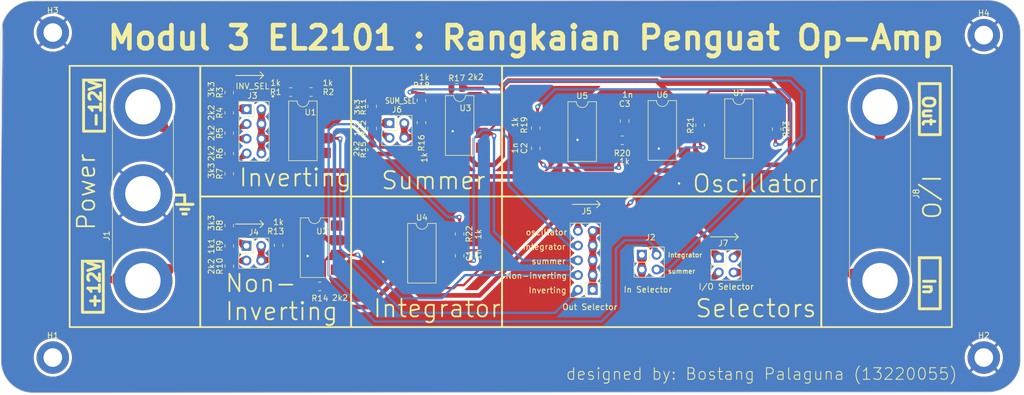
<source format=kicad_pcb>
(kicad_pcb (version 20221018) (generator pcbnew)
  (layers (0 "F.Cu" signal) (31 "B.Cu" signal) (34 "B.Paste" user) (35 "F.Paste" user) (36 "B.SilkS" user "B.Silkscreen") (37 "F.SilkS" user "F.Silkscreen") (38 "B.Mask" user) (39 "F.Mask" user) (44 "Edge.Cuts" user))
  (net 0 "")
  (net 1 "Net-(U4--)")
  (net 2 "OUT_INT")
  (net 3 "Net-(U5--)")
  (net 4 "Net-(C2-Pad2)")
  (net 5 "Net-(U6--)")
  (net 6 "OUT_OSC")
  (net 7 "+12V")
  (net 8 "GND")
  (net 9 "-12V")
  (net 10 "IN_SEL")
  (net 11 "IN_INT")
  (net 12 "IN_SUM")
  (net 13 "A_INV")
  (net 14 "INV_SEL")
  (net 15 "B_INV")
  (net 16 "C_INV")
  (net 17 "D_INV")
  (net 18 "A_NINV")
  (net 19 "NINV_SEL")
  (net 20 "B_NINV")
  (net 21 "OUT_SEL")
  (net 22 "OUT_INV")
  (net 23 "OUT_NON_INV")
  (net 24 "OUT_SUM")
  (net 25 "A_SUM")
  (net 26 "SUM_SEL")
  (net 27 "B_SUM")
  (net 28 "OUT")
  (net 29 "IN")
  (net 30 "Net-(U1--)")
  (net 31 "Net-(U2--)")
  (net 32 "Net-(U3--)")
  (net 33 "Net-(R19-Pad1)")
  (net 34 "Net-(U7--)")
  (footprint "Package_DIP:SMDIP-8_W7.62mm" (layer "F.Cu") (at 147.189999 48.019999)
    (fp_text reference "U3")
    (fp_text value "LM741")
  )
  (footprint "Resistor_SMD:R_0805_2012Metric" (layer "F.Cu") (at 107.499999 42.337499 90)
    (fp_text reference "R3")
    (fp_text value "3k3")
  )
  (footprint "Package_DIP:SMDIP-8_W7.62mm" (layer "F.Cu") (at 122.189999 69.059999)
    (fp_text reference "U2")
    (fp_text value "LM741")
  )
  (footprint "Connector:Banana_Jack_3Pin" (layer "F.Cu") (at 92.619999 74.759999 90)
    (fp_text reference "J1")
    (fp_text value "Power")
  )
  (footprint "MountingHole:MountingHole_3.2mm_M3_DIN965_Pad" (layer "F.Cu") (at 77.1 32)
    (fp_text reference "H3")
    (fp_text value "MountingHole_Pad")
  )
  (footprint "MountingHole:MountingHole_3.2mm_M3_DIN965_Pad" (layer "F.Cu") (at 77.1 88)
    (fp_text reference "H1")
    (fp_text value "MountingHole_Pad")
  )
  (footprint "Resistor_SMD:R_0805_2012Metric" (layer "F.Cu") (at 121.587499 42.249999 180)
    (fp_text reference "R2")
    (fp_text value "1k")
  )
  (footprint "Resistor_SMD:R_0805_2012Metric" (layer "F.Cu") (at 118.087499 42.249999 180)
    (fp_text reference "R1")
    (fp_text value "1k")
  )
  (footprint "Resistor_SMD:R_0805_2012Metric" (layer "F.Cu") (at 123.087499 75.749999)
    (fp_text reference "R14")
    (fp_text value "2k2")
  )
  (footprint "Connector_PinHeader_2.54mm:PinHeader_2x02_P2.54mm_Vertical" (layer "F.Cu") (at 110.459999 68.749999)
    (fp_text reference "J4")
    (fp_text value "Non-inverting Selector")
  )
  (footprint "Resistor_SMD:R_0805_2012Metric" (layer "F.Cu") (at 107.499999 52.837499 90)
    (fp_text reference "R6")
    (fp_text value "2k2")
  )
  (footprint "Resistor_SMD:R_0805_2012Metric" (layer "F.Cu") (at 115.999999 68.662499 90)
    (fp_text reference "R13")
    (fp_text value "1k")
  )
  (footprint "Resistor_SMD:R_0805_2012Metric" (layer "F.Cu") (at 175.222499 50.559999)
    (fp_text reference "R20")
    (fp_text value "1k")
  )
  (footprint "Package_DIP:SMDIP-8_W7.62mm" (layer "F.Cu") (at 182.119999 48.869999)
    (fp_text reference "U6")
    (fp_text value "LM741")
  )
  (footprint "Resistor_SMD:R_0805_2012Metric" (layer "F.Cu") (at 132.119999 52.202499 90)
    (fp_text reference "R15")
    (fp_text value "2k2")
  )
  (footprint "Resistor_SMD:R_0805_2012Metric" (layer "F.Cu") (at 107.499999 49.337499 90)
    (fp_text reference "R5")
    (fp_text value "2k2")
  )
  (footprint "MountingHole:MountingHole_3.2mm_M3_DIN965_Pad" (layer "F.Cu") (at 237.5 32.45)
    (fp_text reference "H4")
    (fp_text value "MountingHole_Pad")
  )
  (footprint "Connector_PinHeader_2.54mm:PinHeader_2x04_P2.54mm_Vertical" (layer "F.Cu") (at 110.499999 45.209999)
    (fp_text reference "J3")
    (fp_text value "Inverting Selector")
  )
  (footprint "Connector_PinHeader_2.54mm:PinHeader_2x02_P2.54mm_Vertical" (layer "F.Cu") (at 135.119999 47.607499)
    (fp_text reference "J6")
    (fp_text value "Summer selector")
  )
  (footprint "Resistor_SMD:R_0805_2012Metric" (layer "F.Cu") (at 107.499999 65.249999 90)
    (fp_text reference "R8")
    (fp_text value "3k3")
  )
  (footprint "Resistor_SMD:R_0805_2012Metric" (layer "F.Cu") (at 132.119999 44.702499 90)
    (fp_text reference "R11")
    (fp_text value "3k3")
  )
  (footprint "Resistor_SMD:R_0805_2012Metric" (layer "F.Cu") (at 107.499999 72.249999 90)
    (fp_text reference "R10")
    (fp_text value "2k2")
  )
  (footprint "Resistor_SMD:R_0805_2012Metric" (layer "F.Cu") (at 201.809999 48.647499 -90)
    (fp_text reference "R23")
    (fp_text value "2k2")
  )
  (footprint "Connector_PinHeader_2.54mm:PinHeader_2x02_P2.54mm_Vertical" (layer "F.Cu") (at 178.579999 70.289999)
    (fp_text reference "J2")
    (fp_text value "In Selector")
  )
  (footprint "Capacitor_SMD:C_0805_2012Metric" (layer "F.Cu") (at 160.309999 51.934999 -90)
    (fp_text reference "C2")
    (fp_text value "1n")
  )
  (footprint "Capacitor_SMD:C_0805_2012Metric" (layer "F.Cu") (at 175.619999 47.239999 90)
    (fp_text reference "C3")
    (fp_text value "1n")
  )
  (footprint "Resistor_SMD:R_0805_2012Metric" (layer "F.Cu") (at 107.499999 68.749999 90)
    (fp_text reference "R9")
    (fp_text value "1k1")
  )
  (footprint "Resistor_SMD:R_0805_2012Metric" (layer "F.Cu") (at 140.619999 43.702499 -90)
    (fp_text reference "R18")
    (fp_text value "1k")
  )
  (footprint "Resistor_SMD:R_0805_2012Metric" (layer "F.Cu") (at 107.499999 45.837499 90)
    (fp_text reference "R4")
    (fp_text value "2k2")
  )
  (footprint "Resistor_SMD:R_0805_2012Metric" (layer "F.Cu") (at 188.619999 47.972499 90)
    (fp_text reference "R21")
    (fp_text value "1k")
  )
  (footprint "Resistor_SMD:R_0805_2012Metric" (layer "F.Cu") (at 107.499999 56.337499 90)
    (fp_text reference "R7")
    (fp_text value "3k3")
  )
  (footprint "Connector_PinHeader_2.54mm:PinHeader_2x02_P2.54mm_Vertical" (layer "F.Cu") (at 191.844999 70.789999)
    (fp_text reference "J7")
    (fp_text value "I/O Selector")
  )
  (footprint "Resistor_SMD:R_0805_2012Metric" (layer "F.Cu") (at 146.689999 41.519999)
    (fp_text reference "R17")
    (fp_text value "2k2")
  )
  (footprint "Package_DIP:SMDIP-8_W7.62mm" (layer "F.Cu") (at 168.309999 49.059999)
    (fp_text reference "U5")
    (fp_text value "LM741")
  )
  (footprint "Package_DIP:SMDIP-8_W7.62mm" (layer "F.Cu") (at 195.309999 48.559999)
    (fp_text reference "U7")
    (fp_text value "LM741")
  )
  (footprint "Resistor_SMD:R_0805_2012Metric" (layer "F.Cu") (at 132.119999 48.519999 90)
    (fp_text reference "R12")
    (fp_text value "1k1")
  )
  (footprint "Package_DIP:SMDIP-8_W7.62mm" (layer "F.Cu") (at 120.189999 48.939999)
    (fp_text reference "U1")
    (fp_text value "LM741" hide)
  )
  (footprint "Resistor_SMD:R_0805_2012Metric" (layer "F.Cu") (at 140.619999 47.519999 90)
    (fp_text reference "R16")
    (fp_text value "1k")
  )
  (footprint "Connector:Banana_Jack_2Pin" (layer "F.Cu") (at 219.619999 44.789999 -90)
    (fp_text reference "J8")
    (fp_text value "I/O")
  )
  (footprint "Package_DIP:SMDIP-8_W7.62mm" (layer "F.Cu") (at 140.689999 70.019999)
    (fp_text reference "U4")
    (fp_text value "LM741")
  )
  (footprint "MountingHole:MountingHole_3.2mm_M3_DIN965_Pad" (layer "F.Cu") (at 237.5 88)
    (fp_text reference "H2")
    (fp_text value "MountingHole_Pad")
  )
  (footprint "Connector_PinHeader_2.54mm:PinHeader_2x05_P2.54mm_Vertical" (layer "F.Cu") (at 170.119999 76.329999 180)
    (fp_text reference "J5")
    (fp_text value "Out Selector")
  )
  (footprint "Resistor_SMD:R_0805_2012Metric" (layer "F.Cu") (at 160.309999 48.472499 -90)
    (fp_text reference "R19")
    (fp_text value "1k")
  )
  (footprint "Resistor_SMD:R_0805_2012Metric" (layer "F.Cu") (at 147.189999 66.702499 -90)
    (fp_text reference "R22")
    (fp_text value "1k")
  )
  (footprint "Capacitor_SMD:C_0805_2012Metric" (layer "F.Cu") (at 147.189999 70.469999 -90)
    (fp_text reference "C1")
    (fp_text value "1n")
  )
  (gr_rect (start 209.499999 37.749999) (end 231.999999 82.749999) (stroke (width 0.3)) (fill none) (layer "F.SilkS"))
  (gr_rect (start 128.499999 37.749999) (end 154.499999 60.249999) (stroke (width 0.3)) (fill none) (layer "F.SilkS"))
  (gr_rect (start 226.4 40.8) (end 230 49.6) (stroke (width 0.5)) (fill none) (layer "F.SilkS"))
  (gr_line (start 108.6 39.4) (end 113.4 39.4) (stroke (width 0.15)) (layer "F.SilkS"))
  (gr_rect (start 82.4 40.2) (end 86 49) (stroke (width 0.5)) (fill none) (layer "F.SilkS"))
  (gr_line (start 99.825 60) (end 99.825 61.6) (stroke (width 0.5)) (layer "F.SilkS"))
  (gr_line (start 101.25 61.6) (end 99.825 61.6) (stroke (width 0.5)) (layer "F.SilkS"))
  (gr_line (start 195.2 67.2) (end 194.6 67.8) (stroke (width 0.15)) (layer "F.SilkS"))
  (gr_rect (start 154.499999 37.749999) (end 209.499999 60.249999) (stroke (width 0.3)) (fill none) (layer "F.SilkS"))
  (gr_line (start 113.4 39.4) (end 112.8 40) (stroke (width 0.15)) (layer "F.SilkS"))
  (gr_line (start 98.275 60) (end 99.825 60) (stroke (width 0.5)) (layer "F.SilkS"))
  (gr_rect (start 102.499999 60.249999) (end 128.499999 82.749999) (stroke (width 0.3)) (fill none) (layer "F.SilkS"))
  (gr_rect (start 79.999999 37.749999) (end 102.499999 82.749999) (stroke (width 0.3)) (fill none) (layer "F.SilkS"))
  (gr_line (start 108.6 65) (end 113.4 65) (stroke (width 0.15)) (layer "F.SilkS"))
  (gr_rect (start 226.4 70.8) (end 230 79.6) (stroke (width 0.5)) (fill none) (layer "F.SilkS"))
  (gr_line (start 195.2 67.2) (end 194.6 66.6) (stroke (width 0.15)) (layer "F.SilkS"))
  (gr_line (start 100.55 62.45) (end 99.125 62.45) (stroke (width 0.5)) (layer "F.SilkS"))
  (gr_line (start 99.825 61.6) (end 98.4 61.6) (stroke (width 0.5)) (layer "F.SilkS"))
  (gr_line (start 99.825 61.6) (end 101.25 61.6) (stroke (width 0.5)) (layer "F.SilkS"))
  (gr_line (start 113.4 65) (end 112.8 64.4) (stroke (width 0.15)) (layer "F.SilkS"))
  (gr_rect (start 82.2 71.4) (end 85.8 80.2) (stroke (width 0.5)) (fill none) (layer "F.SilkS"))
  (gr_rect (start 154.499999 60.249999) (end 209.499999 82.749999) (stroke (width 0.3)) (fill none) (layer "F.SilkS"))
  (gr_line (start 113.4 39.4) (end 112.8 38.8) (stroke (width 0.15)) (layer "F.SilkS"))
  (gr_line (start 171.4 61.6) (end 170.8 61) (stroke (width 0.15)) (layer "F.SilkS"))
  (gr_line (start 190.4 67.2) (end 195.2 67.2) (stroke (width 0.15)) (layer "F.SilkS"))
  (gr_line (start 113.4 65) (end 112.8 65.6) (stroke (width 0.15)) (layer "F.SilkS"))
  (gr_line (start 100.10625 63.25) (end 99.49375 63.25) (stroke (width 0.5)) (layer "F.SilkS"))
  (gr_line (start 166.6 61.6) (end 171.4 61.6) (stroke (width 0.15)) (layer "F.SilkS"))
  (gr_rect (start 128.499999 60.249999) (end 154.499999 82.749999) (stroke (width 0.3)) (fill none) (layer "F.SilkS"))
  (gr_line (start 171.4 61.6) (end 170.8 62.2) (stroke (width 0.15)) (layer "F.SilkS"))
  (gr_rect (start 102.499999 37.749999) (end 128.499999 60.249999) (stroke (width 0.3)) (fill none) (layer "F.SilkS"))
  (gr_line (start 73.694543 94.055456) (end 238.305457 93.944543) (stroke (width 0.1)) (layer "Edge.Cuts"))
  (gr_arc (start 243.805456 88.444542) (mid 242.194543 92.333628) (end 238.305457 93.944541) (stroke (width 0.1)) (layer "Edge.Cuts"))
  (gr_line (start 68.194543 32.055456) (end 68.194543 88.555456) (stroke (width 0.1)) (layer "Edge.Cuts"))
  (gr_line (start 73.694543 26.555456) (end 238.305457 26.444543) (stroke (width 0.1)) (layer "Edge.Cuts"))
  (gr_line (start 243.805456 31.944542) (end 243.805456 88.444542) (stroke (width 0.1)) (layer "Edge.Cuts"))
  (gr_arc (start 68.194543 32.055456) (mid 69.805456 28.166369) (end 73.694543 26.555456) (stroke (width 0.1)) (layer "Edge.Cuts"))
  (gr_arc (start 238.305457 26.444543) (mid 242.194543 28.055456) (end 243.805456 31.944542) (stroke (width 0.1)) (layer "Edge.Cuts"))
  (gr_arc (start 73.694543 94.055456) (mid 69.805456 92.444543) (end 68.194543 88.555456) (stroke (width 0.1)) (layer "Edge.Cuts"))
  (gr_text "Selectors" (at 187.619999 81.289999) (layer "F.SilkS") (effects (font (size 3 3) (thickness 0.3)) (justify left bottom)))
  (gr_text "1n" (at 150.999999 71.249999 90) (layer "F.SilkS") (effects (font (size 1 1)) (justify left bottom)))
  (gr_text "1k" (at 174.619999 54.789999) (layer "F.SilkS") (effects (font (size 1 1)) (justify left bottom)))
  (gr_text "1k" (at 123.499999 41.249999) (layer "F.SilkS") (effects (font (size 1 1)) (justify left bottom)))
  (gr_text "3k3" (at 104.999999 66.249999 90) (layer "F.SilkS") (effects (font (size 1 1)) (justify left bottom)))
  (gr_text "summer" (at 159.5 72) (layer "F.SilkS") (effects (font (size 1 1)) (justify left bottom)))
  (gr_text "1n" (at 175.119999 43.289999) (layer "F.SilkS") (effects (font (size 1 1)) (justify left bottom)))
  (gr_text "2k2\n" (at 148.499999 40.249999) (layer "F.SilkS") (effects (font (size 1 1)) (justify left bottom)))
  (gr_text "SUM_SEL" (at 136.999999 43.749999) (layer "F.SilkS") (effects (font (size 1 0.8))))
  (gr_text "3k3" (at 104.999999 57.249999 90) (layer "F.SilkS") (effects (font (size 1 1)) (justify left bottom)))
  (gr_text "In Selector" (at 179.619999 76.289999) (layer "F.SilkS") (effects (font (size 1 1))))
  (gr_text "1k" (at 140.119999 40.289999) (layer "F.SilkS") (effects (font (size 1 1)) (justify left bottom)))
  (gr_text "1k" (at 114.999999 65.249999) (layer "F.SilkS") (effects (font (size 1 1)) (justify left bottom)))
  (gr_text "Summer" (at 133.499999 59.249999) (layer "F.SilkS") (effects (font (size 3 3) (thickness 0.3)) (justify left bottom)))
  (gr_text "oscillator" (at 158.5 67) (layer "F.SilkS") (effects (font (size 1 1)) (justify left bottom)))
  (gr_text "-12V\n" (at 85.6 48.6 90) (layer "F.SilkS") (effects (font (size 2 2) (thickness 0.5) bold) (justify left bottom)))
  (gr_text "1k" (at 157.309999 48.434999 90) (layer "F.SilkS") (effects (font (size 1 1)) (justify left bottom)))
  (gr_text "2k2\n" (at 104.999999 47.249999 90) (layer "F.SilkS") (effects (font (size 1 1)) (justify left bottom)))
  (gr_text "1k" (at 114.499999 41.249999) (layer "F.SilkS") (effects (font (size 1 1)) (justify left bottom)))
  (gr_text "Power" (at 84.619999 66.289999 90) (layer "F.SilkS") (effects (font (size 3 3) (thickness 0.3)) (justify left bottom)))
  (gr_text "I/O" (at 226.619999 56.289999 -90) (layer "F.SilkS") (effects (font (size 3 3) (thickness 0.3)) (justify left bottom)))
  (gr_text "Integrator" (at 132.119999 81.289999) (layer "F.SilkS") (effects (font (size 3 3) (thickness 0.3)) (justify left bottom)))
  (gr_text "2k2\n" (at 104.999999 73.749999 90) (layer "F.SilkS") (effects (font (size 1 1)) (justify left bottom)))
  (gr_text "1k" (at 150.999999 67.749999 90) (layer "F.SilkS") (effects (font (size 1 1)) (justify left bottom)))
  (gr_text "2k2\n" (at 104.999999 50.749999 90) (layer "F.SilkS") (effects (font (size 1 1)) (justify left bottom)))
  (gr_text "2k2\n" (at 125.119999 78.289999) (layer "F.SilkS") (effects (font (size 1 1)) (justify left bottom)))
  (gr_text "Modul 3 EL2101 : Rangkaian Penguat Op-Amp" (at 86.15 35.25) (layer "F.SilkS") (effects (font (size 4 4) (thickness 0.8) bold) (justify left bottom)))
  (gr_text "1k" (at 141.689999 54.519999 90) (layer "F.SilkS") (effects (font (size 1 1)) (justify left bottom)))
  (gr_text "3k3" (at 104.999999 43.249999 90) (layer "F.SilkS") (effects (font (size 1 1)) (justify left bottom)))
  (gr_text "Integrator" (at 183 70.8) (layer "F.SilkS") (effects (font (size 0.8 0.8)) (justify left bottom)))
  (gr_text "integrator" (at 158 69.5) (layer "F.SilkS") (effects (font (size 1 1)) (justify left bottom)))
  (gr_text "summer" (at 183 73.6) (layer "F.SilkS") (effects (font (size 0.8 0.8)) (justify left bottom)))
  (gr_text "Out Selector" (at 169.619999 79.289999) (layer "F.SilkS") (effects (font (size 1 1))))
  (gr_text "Non-\nInverting" (at 106.619999 81.789999) (layer "F.SilkS") (effects (font (size 3 3) (thickness 0.3)) (justify left bottom)))
  (gr_text "+12V\n" (at 85.4 79.8 90) (layer "F.SilkS") (effects (font (size 2 2) (thickness 0.5) bold) (justify left bottom)))
  (gr_text "1n" (at 157.309999 52.934999 90) (layer "F.SilkS") (effects (font (size 1 1)) (justify left bottom)))
  (gr_text "Inverting" (at 108.999999 58.749999) (layer "F.SilkS") (effects (font (size 3 3) (thickness 0.3)) (justify left bottom)))
  (gr_text "2k2\n" (at 104.999999 54.249999 90) (layer "F.SilkS") (effects (font (size 1 1)) (justify left bottom)))
  (gr_text "I/O Selector" (at 193.119999 75.789999) (layer "F.SilkS") (effects (font (size 1 1))))
  (gr_text "In" (at 226.85 74.05 270) (layer "F.SilkS") (effects (font (size 2 2) (thickness 0.5) bold) (justify left bottom)))
  (gr_text "1k1" (at 104.999999 70.249999 90) (layer "F.SilkS") (effects (font (size 1 1)) (justify left bottom)))
  (gr_text "Non-inverting" (at 155 74.5) (layer "F.SilkS") (effects (font (size 1 1)) (justify left bottom)))
  (gr_text "INV_SEL" (at 111.499999 41.249999) (layer "F.SilkS") (effects (font (size 1 1))))
  (gr_text "3k3" (at 130.0226 46.289999 90) (layer "F.SilkS") (effects (font (size 0.8 1)) (justify left bottom)))
  (gr_text "1k1" (at 129.921 49.9618 90) (layer "F.SilkS") (effects (font (size 0.8 1)) (justify left bottom)))
  (gr_text "Inverting" (at 159 77) (layer "F.SilkS") (effects (font (size 1 1)) (justify left bottom)))
  (gr_text "2k2\n" (at 129.9718 53.467 90) (layer "F.SilkS") (effects (font (size 0.9 1)) (justify left bottom)))
  (gr_text "Oscillator" (at 187.119999 59.789999) (layer "F.SilkS") (effects (font (size 3 3) (thickness 0.3)) (justify left bottom)))
  (gr_text "Out" (at 226.8 42.6 270) (layer "F.SilkS") (effects (font (size 2 2) (thickness 0.5) bold) (justify left bottom)))
  (gr_text "designed by: Bostang Palaguna (13220055)" (at 165.4 92) (layer "F.SilkS") (effects (font (size 2 2)) (justify left bottom)))
  (segment (start 139.119999 69.789999) (end 138.079999 68.749999) (width 0.4) (layer "F.Cu") (net 1))
  (segment (start 146.689999 75.519999) (end 146.189999 76.019999) (width 0.4) (layer "F.Cu") (net 1))
  (segment (start 140.849999 76.019999) (end 139.119999 74.289999) (width 0.4) (layer "F.Cu") (net 1))
  (segment (start 147.189999 68.019999) (end 147.189999 69.519999) (width 0.4) (layer "F.Cu") (net 1))
  (segment (start 150.349999 69.519999) (end 152.119999 71.289999) (width 0.4) (layer "F.Cu") (net 1))
  (segment (start 138.079999 68.749999) (end 136.879999 68.749999) (width 0.4) (layer "F.Cu") (net 1))
  (segment (start 147.889999 75.519999) (end 146.689999 75.519999) (width 0.4) (layer "F.Cu") (net 1))
  (segment (start 139.119999 74.289999) (end 139.119999 69.789999) (width 0.4) (layer "F.Cu") (net 1))
  (segment (start 146.189999 76.019999) (end 140.849999 76.019999) (width 0.4) (layer "F.Cu") (net 1))
  (segment (start 147.189999 69.519999) (end 150.349999 69.519999) (width 0.4) (layer "F.Cu") (net 1))
  (segment (start 152.119999 71.289999) (end 147.889999 75.519999) (width 0.4) (layer "F.Cu") (net 1))
  (segment (start 149.489999 71.419999) (end 149.619999 71.289999) (width 0.4) (layer "F.Cu") (net 2))
  (segment (start 147.189999 71.419999) (end 149.489999 71.419999) (width 0.4) (layer "F.Cu") (net 2))
  (segment (start 144.629999 71.419999) (end 144.499999 71.289999) (width 0.4) (layer "F.Cu") (net 2))
  (segment (start 147.189999 71.419999) (end 144.629999 71.419999) (width 0.4) (layer "F.Cu") (net 2))
  (via (at 149.619999 71.289999) (size 0.8) (drill 0.4) (layers "F.Cu" "B.Cu") (net 2))
  (segment (start 149.619999 50.289999) (end 151.119999 48.789999) (width 0.4) (layer "B.Cu") (net 2))
  (segment (start 166.119999 68.789999) (end 167.499999 68.789999) (width 0.4) (layer "B.Cu") (net 2))
  (segment (start 154.119999 48.789999) (end 155.619999 50.289999) (width 0.4) (layer "B.Cu") (net 2))
  (segment (start 155.619999 50.289999) (end 155.619999 58.289999) (width 0.4) (layer "B.Cu") (net 2))
  (segment (start 151.119999 48.789999) (end 154.119999 48.789999) (width 0.4) (layer "B.Cu") (net 2))
  (segment (start 149.619999 71.289999) (end 149.619999 50.289999) (width 0.4) (layer "B.Cu") (net 2))
  (segment (start 155.619999 58.289999) (end 166.119999 68.789999) (width 0.4) (layer "B.Cu") (net 2))
  (segment (start 167.499999 68.789999) (end 167.579999 68.709999) (width 0.4) (layer "B.Cu") (net 2))
  (segment (start 161.484999 49.384999) (end 163.079999 47.789999) (width 0.4) (layer "F.Cu") (net 3))
  (segment (start 160.309999 49.384999) (end 161.484999 49.384999) (width 0.4) (layer "F.Cu") (net 3))
  (segment (start 160.309999 50.984999) (end 160.309999 49.384999) (width 0.4) (layer "F.Cu") (net 3))
  (segment (start 163.079999 47.789999) (end 164.499999 47.789999) (width 0.4) (layer "F.Cu") (net 3))
  (segment (start 160.309999 53.479999) (end 161.619999 54.789999) (width 0.4) (layer "F.Cu") (net 4))
  (segment (start 172.349999 50.559999) (end 172.119999 50.329999) (width 0.4) (layer "F.Cu") (net 4))
  (segment (start 174.309999 50.559999) (end 174.619999 50.869999) (width 0.4) (layer "F.Cu") (net 4))
  (segment (start 160.309999 52.884999) (end 160.309999 53.479999) (width 0.4) (layer "F.Cu") (net 4))
  (segment (start 174.619999 50.869999) (end 174.619999 55.289999) (width 0.4) (layer "F.Cu") (net 4))
  (segment (start 174.309999 50.559999) (end 172.349999 50.559999) (width 0.4) (layer "F.Cu") (net 4))
  (via (at 161.619999 54.789999) (size 0.8) (drill 0.4) (layers "F.Cu" "B.Cu") (net 4))
  (via (at 174.619999 55.289999) (size 0.8) (drill 0.4) (layers "F.Cu" "B.Cu") (net 4))
  (segment (start 162.119999 55.289999) (end 174.619999 55.289999) (width 0.4) (layer "B.Cu") (net 4))
  (segment (start 161.619999 54.789999) (end 162.119999 55.289999) (width 0.4) (layer "B.Cu") (net 4))
  (segment (start 176.134999 50.559999) (end 176.134999 48.704999) (width 0.4) (layer "F.Cu") (net 5))
  (segment (start 175.619999 48.189999) (end 177.719999 48.189999) (width 0.4) (layer "F.Cu") (net 5))
  (segment (start 176.134999 48.704999) (end 175.619999 48.189999) (width 0.4) (layer "F.Cu") (net 5))
  (segment (start 177.719999 48.189999) (end 178.309999 47.599999) (width 0.4) (layer "F.Cu") (net 5))
  (segment (start 179.619999 43.289999) (end 180.619999 44.289999) (width 0.4) (layer "F.Cu") (net 6))
  (segment (start 167.579999 64.329999) (end 167.579999 66.169999) (width 0.4) (layer "F.Cu") (net 6))
  (segment (start 176.619999 61.289999) (end 174.619999 63.289999) (width 0.4) (layer "F.Cu") (net 6))
  (segment (start 187.364999 50.139999) (end 188.619999 48.884999) (width 0.4) (layer "F.Cu") (net 6))
  (segment (start 185.929999 50.139999) (end 187.364999 50.139999) (width 0.4) (layer "F.Cu") (net 6))
  (segment (start 175.619999 44.289999) (end 176.619999 43.289999) (width 0.4) (layer "F.Cu") (net 6))
  (segment (start 180.619999 48.789999) (end 181.969999 50.139999) (width 0.4) (layer "F.Cu") (net 6))
  (segment (start 181.969999 50.139999) (end 185.929999 50.139999) (width 0.4) (layer "F.Cu") (net 6))
  (segment (start 168.619999 63.289999) (end 167.579999 64.329999) (width 0.4) (layer "F.Cu") (net 6))
  (segment (start 188.619999 48.884999) (end 188.619999 51.289999) (width 0.4) (layer "F.Cu") (net 6))
  (segment (start 176.619999 43.289999) (end 179.619999 43.289999) (width 0.4) (layer "F.Cu") (net 6))
  (segment (start 174.619999 63.289999) (end 168.619999 63.289999) (width 0.4) (layer "F.Cu") (net 6))
  (segment (start 175.619999 46.289999) (end 175.619999 44.289999) (width 0.4) (layer "F.Cu") (net 6))
  (segment (start 188.619999 51.289999) (end 189.119999 51.789999) (width 0.4) (layer "F.Cu") (net 6))
  (segment (start 180.619999 44.289999) (end 180.619999 48.789999) (width 0.4) (layer "F.Cu") (net 6))
  (via (at 176.619999 61.289999) (size 0.8) (drill 0.4) (layers "F.Cu" "B.Cu") (net 6))
  (via (at 189.119999 51.789999) (size 0.8) (drill 0.4) (layers "F.Cu" "B.Cu") (net 6))
  (segment (start 189.119999 51.789999) (end 186.119999 51.789999) (width 0.4) (layer "B.Cu") (net 6))
  (segment (start 186.119999 51.789999) (end 176.619999 61.289999) (width 0.4) (layer "B.Cu") (net 6))
  (segment (start 170.119999 47.789999) (end 169.619999 47.289999) (width 0.8) (layer "F.Cu") (net 7))
  (segment (start 135.619999 39.289999) (end 152.619999 39.289999) (width 0.8) (layer "F.Cu") (net 7))
  (segment (start 148.689999 53.359999) (end 150.119999 54.789999) (width 0.8) (layer "F.Cu") (net 7))
  (segment (start 199.119999 47.289999) (end 197.619999 47.289999) (width 0.8) (layer "F.Cu") (net 7))
  (segment (start 115.499999 40.249999) (end 117.999999 40.249999) (width 0.8) (layer "F.Cu") (net 7))
  (segment (start 184.119999 47.289999) (end 184.119999 43.289999) (width 0.8) (layer "F.Cu") (net 7))
  (segment (start 185.929999 47.599999) (end 184.429999 47.599999) (width 0.8) (layer "F.Cu") (net 7))
  (segment (start 169.619999 44.289999) (end 171.619999 42.289999) (width 0.8) (layer "F.Cu") (net 7))
  (segment (start 202.619999 54.789999) (end 204.119999 53.289999) (width 0.8) (layer "F.Cu") (net 7))
  (segment (start 155.619999 40.289999) (end 154.619999 41.289999) (width 0.8) (layer "F.Cu") (net 7))
  (segment (start 142.119999 65.289999) (end 142.119999 68.289999) (width 0.8) (layer "F.Cu") (net 7))
  (segment (start 204.119999 53.289999) (end 204.119999 44.289999) (width 0.8) (layer "F.Cu") (net 7))
  (segment (start 196.119999 54.289999) (end 196.619999 54.789999) (width 0.8) (layer "F.Cu") (net 7))
  (segment (start 125.739999 47.669999) (end 129.619999 43.789999) (width 0.8) (layer "F.Cu") (net 7))
  (segment (start 172.119999 47.789999) (end 170.119999 47.789999) (width 0.8) (layer "F.Cu") (net 7))
  (segment (start 117.999999 40.249999) (end 118.999999 39.249999) (width 0.8) (layer "F.Cu") (net 7))
  (segment (start 132.119999 43.789999) (end 132.119999 42.789999) (width 0.8) (layer "F.Cu") (net 7))
  (segment (start 129.619999 43.789999) (end 132.119999 43.789999) (width 0.8) (layer "F.Cu") (net 7))
  (segment (start 152.619999 39.289999) (end 154.619999 41.289999) (width 0.8) (layer "F.Cu") (net 7))
  (segment (start 118.999999 39.249999) (end 122.499999 39.249999) (width 0.8) (layer "F.Cu") (net 7))
  (segment (start 142.119999 68.289999) (end 142.619999 68.789999) (width 0.8) (layer "F.Cu") (net 7))
  (segment (start 183.119999 42.289999) (end 184.119999 43.289999) (width 0.8) (layer "F.Cu") (net 7))
  (segment (start 142.619999 68.789999) (end 144.459999 68.789999) (width 0.8) (layer "F.Cu") (net 7))
  (segment (start 116.499999 63.249999) (end 121.499999 63.249999) (width 0.8) (layer "F.Cu") (net 7))
  (segment (start 196.119999 48.789999) (end 196.119999 54.289999) (width 0.8) (layer "F.Cu") (net 7))
  (segment (start 181.119999 40.289999) (end 155.619999 40.289999) (width 0.8) (layer "F.Cu") (net 7))
  (segment (start 86.119999 38.289999) (end 84.119999 40.289999) (width 0.8) (layer "F.Cu") (net 7))
  (segment (start 184.429999 47.599999) (end 184.119999 47.289999) (width 0.8) (layer "F.Cu") (net 7))
  (segment (start 171.619999 42.289999) (end 183.119999 42.289999) (width 0.8) (layer "F.Cu") (net 7))
  (segment (start 87.089999 74.759999) (end 92.619999 74.759999) (width 0.8) (layer "F.Cu") (net 7))
  (segment (start 107.499999 41.424999) (end 114.324999 41.424999) (width 0.8) (layer "F.Cu") (net 7))
  (segment (start 149.459999 46.749999) (end 148.689999 47.519999) (width 0.8) (layer "F.Cu") (net 7))
  (segment (start 106.119999 64.289999) (end 107.452499 64.289999) (width 0.8) (layer "F.Cu") (net 7))
  (segment (start 204.119999 44.289999) (end 200.619999 40.789999) (width 0.8) (layer "F.Cu") (net 7))
  (segment (start 197.619999 47.289999) (end 196.119999 48.789999) (width 0.8) (layer "F.Cu") (net 7))
  (segment (start 107.499999 41.424999) (end 104.364999 38.289999) (width 0.8) (layer "F.Cu") (net 7))
  (segment (start 104.364999 38.289999) (end 86.119999 38.289999) (width 0.8) (layer "F.Cu") (net 7))
  (segment (start 148.689999 47.519999) (end 148.689999 53.359999) (width 0.8) (layer "F.Cu") (net 7))
  (segment (start 200.619999 40.789999) (end 181.619999 40.789999) (width 0.8) (layer "F.Cu") (net 7))
  (segment (start 153.119999 54.789999) (end 154.619999 53.289999) (width 0.8) (layer "F.Cu") (net 7))
  (segment (start 115.412499 64.337499) (end 116.499999 63.249999) (width 0.8) (layer "F.Cu") (net 7))
  (segment (start 95.649999 74.759999) (end 106.119999 64.289999) (width 0.8) (layer "F.Cu") (net 7))
  (segment (start 150.119999 54.789999) (end 153.119999 54.789999) (width 0.8) (layer "F.Cu") (net 7))
  (segment (start 154.619999 53.289999) (end 154.619999 41.289999) (width 0.8) (layer "F.Cu") (net 7))
  (segment (start 144.459999 68.789999) (end 144.499999 68.749999) (width 0.8) (layer "F.Cu") (net 7))
  (segment (start 84.119999 71.789999) (end 87.089999 74.759999) (width 0.8) (layer "F.Cu") (net 7))
  (segment (start 92.619999 74.759999) (end 95.649999 74.759999) (width 0.8) (layer "F.Cu") (net 7))
  (segment (start 125.999999 67.789999) (end 130.119999 67.789999) (width 0.8) (layer "F.Cu") (net 7))
  (segment (start 150.999999 46.749999) (end 149.459999 46.749999) (width 0.8) (layer "F.Cu") (net 7))
  (segment (start 169.619999 47.289999) (end 169.619999 44.289999) (width 0.8) (layer "F.Cu") (net 7))
  (segment (start 107.499999 64.337499) (end 115.412499 64.337499) (width 0.8) (layer "F.Cu") (net 7))
  (segment (start 123.499999 65.249999) (end 123.499999 66.749999) (width 0.8) (layer "F.Cu") (net 7))
  (segment (start 181.619999 40.789999) (end 181.119999 40.289999) (width 0.8) (layer "F.Cu") (net 7))
  (segment (start 126.499999 46.749999) (end 125.579999 47.669999) (width 0.8) (layer "F.Cu") (net 7))
  (segment (start 135.119999 62.789999) (end 139.619999 62.789999) (width 0.8) (layer "F.Cu") (net 7))
  (segment (start 123.499999 66.749999) (end 124.539999 67.789999) (width 0.8) (layer "F.Cu") (net 7))
  (segment (start 130.119999 67.789999) (end 135.119999 62.789999) (width 0.8) (layer "F.Cu") (net 7))
  (segment (start 122.499999 39.249999) (end 126.499999 43.249999) (width 0.8) (layer "F.Cu") (net 7))
  (segment (start 121.499999 63.249999) (end 123.499999 65.249999) (width 0.8) (layer "F.Cu") (net 7))
  (segment (start 125.579999 47.669999) (end 123.999999 47.669999) (width 0.8) (layer "F.Cu") (net 7))
  (segment (start 184.119999 43.289999) (end 181.119999 40.289999) (width 0.8) (layer "F.Cu") (net 7))
  (segment (start 132.119999 42.789999) (end 135.619999 39.289999) (width 0.8) (layer "F.Cu") (net 7))
  (segment (start 84.119999 40.289999) (end 84.119999 71.789999) (width 0.8) (layer "F.Cu") (net 7))
  (segment (start 107.452499 64.289999) (end 107.499999 64.337499) (width 0.8) (layer "F.Cu") (net 7))
  (segment (start 124.539999 67.789999) (end 125.999999 67.789999) (width 0.8) (layer "F.Cu") (net 7))
  (segment (start 114.324999 41.424999) (end 115.499999 40.249999) (width 0.8) (layer "F.Cu") (net 7))
  (segment (start 126.499999 43.249999) (end 126.499999 46.749999) (width 0.8) (layer "F.Cu") (net 7))
  (segment (start 139.619999 62.789999) (end 142.119999 65.289999) (width 0.8) (layer "F.Cu") (net 7))
  (segment (start 123.999999 47.669999) (end 125.739999 47.669999) (width 0.8) (layer "F.Cu") (net 7))
  (segment (start 196.619999 54.789999) (end 202.619999 54.789999) (width 0.8) (layer "F.Cu") (net 7))
  (segment (start 179.639999 50.139999) (end 181.5 52) (width 0.4) (layer "F.Cu") (net 8))
  (segment (start 120.829999 70.329999) (end 121 70.5) (width 0.4) (layer "F.Cu") (net 8))
  (segment (start 178.309999 50.139999) (end 179.639999 50.139999) (width 0.4) (layer "F.Cu") (net 8))
  (segment (start 167.329999 50.329999) (end 167.5 50.5) (width 0.4) (layer "F.Cu") (net 8))
  (segment (start 134.210001 71.289999) (end 134 71.5) (width 0.4) (layer "F.Cu") (net 8))
  (segment (start 136.879999 71.289999) (end 134.210001 71.289999) (width 0.4) (layer "F.Cu") (net 8))
  (segment (start 118.379999 70.329999) (end 120.829999 70.329999) (width 0.4) (layer "F.Cu") (net 8))
  (segment (start 164.499999 50.329999) (end 167.329999 50.329999) (width 0.4) (layer "F.Cu") (net 8))
  (via (at 181.5 52) (size 0.8) (drill 0.4) (layers "F.Cu" "B.Cu") (net 8))
  (via (at 146 49) (size 0.8) (drill 0.4) (layers "F.Cu" "B.Cu") (net 8))
  (via (at 134 71.5) (size 0.8) (drill 0.4) (layers "F.Cu" "B.Cu") (net 8))
  (via (at 121 70.5) (size 0.8) (drill 0.4) (layers "F.Cu" "B.Cu") (net 8))
  (via (at 185 58) (size 0.8) (drill 0.4) (layers "F.Cu" "B.Cu") (net 8))
  (via (at 167.5 50.5) (size 0.8) (drill 0.4) (layers "F.Cu" "B.Cu") (net 8))
  (via (at 115 43) (size 0.8) (drill 0.4) (layers "F.Cu" "B.Cu") (net 8))
  (segment (start 118.379999 75.549999) (end 122.119999 79.289999) (width 0.8) (layer "F.Cu") (net 9))
  (segment (start 164.499999 52.869999) (end 168.419999 56.789999) (width 0.8) (layer "F.Cu") (net 9))
  (segment (start 141.689999 52.019999) (end 143.189999 52.019999) (width 0.8) (layer "F.Cu") (net 9))
  (segment (start 164.499999 63.409999) (end 164.499999 52.869999) (width 0.8) (layer "F.Cu") (net 9))
  (segment (start 131.419999 79.289999) (end 136.879999 73.829999) (width 0.8) (layer "F.Cu") (net 9))
  (segment (start 133.189999 54.719999) (end 133.189999 52.932499) (width 0.8) (layer "F.Cu") (net 9))
  (segment (start 132.119999 55.789999) (end 133.189999 54.719999) (width 0.8) (layer "F.Cu") (net 9))
  (segment (start 140.777499 52.932499) (end 141.689999 52.019999) (width 0.8) (layer "F.Cu") (net 9))
  (segment (start 178.309999 52.679999) (end 181.419999 55.789999) (width 0.8) (layer "F.Cu") (net 9))
  (segment (start 162.619999 56.789999) (end 164.499999 54.909999) (width 0.8) (layer "F.Cu") (net 9))
  (segment (start 164.499999 54.909999) (end 164.499999 52.869999) (width 0.8) (layer "F.Cu") (net 9))
  (segment (start 181.419999 55.789999) (end 188.079999 55.789999) (width 0.8) (layer "F.Cu") (net 9))
  (segment (start 118.379999 72.869999) (end 118.379999 75.549999) (width 0.8) (layer "F.Cu") (net 9))
  (segment (start 119.419999 55.789999) (end 132.119999 55.789999) (width 0.8) (layer "F.Cu") (net 9))
  (segment (start 168.419999 56.789999) (end 176.619999 56.789999) (width 0.8) (layer "F.Cu") (net 9))
  (segment (start 133.189999 52.932499) (end 140.777499 52.932499) (width 0.8) (layer "F.Cu") (net 9))
  (segment (start 143.189999 52.019999) (end 143.379999 51.829999) (width 0.8) (layer "F.Cu") (net 9))
  (segment (start 188.079999 55.789999) (end 191.499999 52.369999) (width 0.8) (layer "F.Cu") (net 9))
  (segment (start 118.379999 72.869999) (end 116.999999 74.249999) (width 0.8) (layer "F.Cu") (net 9))
  (segment (start 122.119999 79.289999) (end 131.419999 79.289999) (width 0.8) (layer "F.Cu") (net 9))
  (segment (start 178.309999 55.099999) (end 178.309999 52.679999) (width 0.8) (layer "F.Cu") (net 9))
  (segment (start 140.339999 77.289999) (end 150.619999 77.289999) (width 0.8) (layer "F.Cu") (net 9))
  (segment (start 116.379999 52.749999) (end 119.419999 55.789999) (width 0.8) (layer "F.Cu") (net 9))
  (segment (start 116.379999 54.369999) (end 116.379999 52.749999) (width 0.8) (layer "F.Cu") (net 9))
  (segment (start 115.499999 55.249999) (end 116.379999 54.369999) (width 0.8) (layer "F.Cu") (net 9))
  (segment (start 143.379999 51.829999) (end 148.339999 56.789999) (width 0.8) (layer "F.Cu") (net 9))
  (segment (start 107.999999 74.249999) (end 107.499999 73.749999) (width 0.8) (layer "F.Cu") (net 9))
  (segment (start 105.079999 57.249999) (end 107.499999 57.249999) (width 0.8) (layer "F.Cu") (net 9))
  (segment (start 150.619999 77.289999) (end 164.499999 63.409999) (width 0.8) (layer "F.Cu") (net 9))
  (segment (start 107.499999 73.749999) (end 107.499999 73.162499) (width 0.8) (layer "F.Cu") (net 9))
  (segment (start 176.619999 56.789999) (end 178.309999 55.099999) (width 0.8) (layer "F.Cu") (net 9))
  (segment (start 92.619999 44.789999) (end 105.079999 57.249999) (width 0.8) (layer "F.Cu") (net 9))
  (segment (start 110.999999 55.249999) (end 115.499999 55.249999) (width 0.8) (layer "F.Cu") (net 9))
  (segment (start 136.879999 73.829999) (end 140.339999 77.289999) (width 0.8) (layer "F.Cu") (net 9))
  (segment (start 116.999999 74.249999) (end 107.999999 74.249999) (width 0.8) (layer "F.Cu") (net 9))
  (segment (start 148.339999 56.789999) (end 162.619999 56.789999) (width 0.8) (layer "F.Cu") (net 9))
  (segment (start 108.999999 57.249999) (end 110.999999 55.249999) (width 0.8) (layer "F.Cu") (net 9))
  (segment (start 107.499999 57.249999) (end 108.999999 57.249999) (width 0.8) (layer "F.Cu") (net 9))
  (segment (start 178.579999 75.249999) (end 179.619999 76.289999) (width 0.8) (layer "F.Cu") (net 10))
  (segment (start 188.884999 76.289999) (end 191.844999 73.329999) (width 0.8) (layer "F.Cu") (net 10))
  (segment (start 178.579999 70.289999) (end 178.579999 72.829999) (width 0.8) (layer "F.Cu") (net 10))
  (segment (start 179.619999 76.289999) (end 188.884999 76.289999) (width 0.8) (layer "F.Cu") (net 10))
  (segment (start 178.579999 72.829999) (end 178.579999 75.249999) (width 0.8) (layer "F.Cu") (net 10))
  (segment (start 147.189999 66.194999) (end 147.189999 63.859999) (width 0.4) (layer "F.Cu") (net 11))
  (segment (start 147.189999 63.859999) (end 147.119999 63.789999) (width 0.4) (layer "F.Cu") (net 11))
  (via (at 147.119999 63.789999) (size 0.8) (drill 0.4) (layers "F.Cu" "B.Cu") (net 11))
  (segment (start 145.119999 63.789999) (end 147.119999 63.789999) (width 0.4) (layer "B.Cu") (net 11))
  (segment (start 124.619999 73.789999) (end 124.619999 48.789999) (width 0.4) (layer "B.Cu") (net 11))
  (segment (start 125.619999 47.789999) (end 129.119999 47.789999) (width 0.4) (layer "B.Cu") (net 11))
  (segment (start 181.119999 69.289999) (end 179.619999 67.789999) (width 0.4) (layer "B.Cu") (net 11))
  (segment (start 179.619999 67.789999) (end 175.619999 67.789999) (width 0.4) (layer "B.Cu") (net 11))
  (segment (start 124.619999 48.789999) (end 125.619999 47.789999) (width 0.4) (layer "B.Cu") (net 11))
  (segment (start 129.119999 47.789999) (end 145.119999 63.789999) (width 0.4) (layer "B.Cu") (net 11))
  (segment (start 175.619999 67.789999) (end 174.119999 69.289999) (width 0.4) (layer "B.Cu") (net 11))
  (segment (start 174.119999 69.289999) (end 174.119999 79.289999) (width 0.4) (layer "B.Cu") (net 11))
  (segment (start 132.619999 81.789999) (end 124.619999 73.789999) (width 0.4) (layer "B.Cu") (net 11))
  (segment (start 181.119999 70.289999) (end 181.119999 69.289999) (width 0.4) (layer "B.Cu") (net 11))
  (segment (start 174.119999 79.289999) (end 171.619999 81.789999) (width 0.4) (layer "B.Cu") (net 11))
  (segment (start 171.619999 81.789999) (end 132.619999 81.789999) (width 0.4) (layer "B.Cu") (net 11))
  (segment (start 140.119999 42.789999) (end 140.619999 42.789999) (width 0.4) (layer "F.Cu") (net 12))
  (segment (start 139.619999 42.289999) (end 140.119999 42.789999) (width 0.4) (layer "F.Cu") (net 12))
  (segment (start 138.619999 42.289999) (end 139.619999 42.289999) (width 0.4) (layer "F.Cu") (net 12))
  (via (at 138.619999 42.289999) (size 0.8) (drill 0.4) (layers "F.Cu" "B.Cu") (net 12))
  (segment (start 206.119999 49.789999) (end 183.079999 72.829999) (width 0.4) (layer "B.Cu") (net 12))
  (segment (start 183.079999 72.829999) (end 181.119999 72.829999) (width 0.4) (layer "B.Cu") (net 12))
  (segment (start 139.119999 41.789999) (end 154.119999 41.789999) (width 0.4) (layer "B.Cu") (net 12))
  (segment (start 206.119999 42.289999) (end 206.119999 49.789999) (width 0.4) (layer "B.Cu") (net 12))
  (segment (start 138.619999 42.289999) (end 139.119999 41.789999) (width 0.4) (layer "B.Cu") (net 12))
  (segment (start 154.119999 41.789999) (end 155.619999 40.289999) (width 0.4) (layer "B.Cu") (net 12))
  (segment (start 204.119999 40.289999) (end 206.119999 42.289999) (width 0.4) (layer "B.Cu") (net 12))
  (segment (start 155.619999 40.289999) (end 204.119999 40.289999) (width 0.4) (layer "B.Cu") (net 12))
  (segment (start 107.499999 43.249999) (end 107.499999 44.924999) (width 0.4) (layer "F.Cu") (net 13))
  (segment (start 107.499999 44.924999) (end 110.214999 44.924999) (width 0.4) (layer "F.Cu") (net 13))
  (segment (start 110.214999 44.924999) (end 110.499999 45.209999) (width 0.4) (layer "F.Cu") (net 13))
  (segment (start 113.039999 45.209999) (end 113.039999 47.749999) (width 0.8) (layer "F.Cu") (net 14))
  (segment (start 113.119999 50.209999) (end 116.379999 50.209999) (width 0.8) (layer "F.Cu") (net 14))
  (segment (start 113.039999 50.289999) (end 113.119999 50.209999) (width 0.8) (layer "F.Cu") (net 14))
  (segment (start 113.039999 47.749999) (end 113.039999 50.289999) (width 0.8) (layer "F.Cu") (net 14))
  (segment (start 113.039999 50.289999) (end 113.039999 52.829999) (width 0.8) (layer "F.Cu") (net 14))
  (segment (start 109.824999 48.424999) (end 110.499999 47.749999) (width 0.4) (layer "F.Cu") (net 15))
  (segment (start 107.499999 48.424999) (end 109.824999 48.424999) (width 0.4) (layer "F.Cu") (net 15))
  (segment (start 107.499999 46.749999) (end 107.499999 48.424999) (width 0.4) (layer "F.Cu") (net 15))
  (segment (start 107.499999 50.249999) (end 110.459999 50.249999) (width 0.4) (layer "F.Cu") (net 16))
  (segment (start 107.499999 50.249999) (end 107.499999 51.924999) (width 0.4) (layer "F.Cu") (net 16))
  (segment (start 110.459999 50.249999) (end 110.499999 50.289999) (width 0.4) (layer "F.Cu") (net 16))
  (segment (start 109.579999 53.749999) (end 110.499999 52.829999) (width 0.4) (layer "F.Cu") (net 17))
  (segment (start 107.499999 53.749999) (end 107.499999 55.424999) (width 0.4) (layer "F.Cu") (net 17))
  (segment (start 107.499999 53.749999) (end 109.579999 53.749999) (width 0.4) (layer "F.Cu") (net 17))
  (segment (start 107.499999 67.837499) (end 107.499999 66.162499) (width 0.4) (layer "F.Cu") (net 18))
  (segment (start 109.547499 67.837499) (end 110.459999 68.749999) (width 0.4) (layer "F.Cu") (net 18))
  (segment (start 107.499999 67.837499) (end 109.547499 67.837499) (width 0.4) (layer "F.Cu") (net 18))
  (segment (start 112.999999 71.289999) (end 114.284999 71.289999) (width 0.8) (layer "F.Cu") (net 19))
  (segment (start 112.999999 68.749999) (end 112.999999 71.289999) (width 0.8) (layer "F.Cu") (net 19))
  (segment (start 114.284999 71.289999) (end 115.999999 69.574999) (width 0.8) (layer "F.Cu") (net 19))
  (segment (start 110.412499 71.337499) (end 110.459999 71.289999) (width 0.4) (layer "F.Cu") (net 20))
  (segment (start 107.499999 69.662499) (end 107.499999 71.337499) (width 0.4) (layer "F.Cu") (net 20))
  (segment (start 107.499999 71.337499) (end 110.412499 71.337499) (width 0.4) (layer "F.Cu") (net 20))
  (segment (start 170.119999 68.709999) (end 170.119999 66.169999) (width 0.8) (layer "F.Cu") (net 21))
  (segment (start 189.619999 68.564999) (end 191.844999 70.789999) (width 0.8) (layer "F.Cu") (net 21))
  (segment (start 170.119999 66.169999) (end 188.499999 66.169999) (width 0.8) (layer "F.Cu") (net 21))
  (segment (start 170.119999 73.789999) (end 170.119999 76.329999) (width 0.8) (layer "F.Cu") (net 21))
  (segment (start 170.119999 73.789999) (end 170.119999 71.249999) (width 0.8) (layer "F.Cu") (net 21))
  (segment (start 170.119999 71.249999) (end 170.119999 68.709999) (width 0.8) (layer "F.Cu") (net 21))
  (segment (start 188.499999 66.169999) (end 189.619999 67.289999) (width 0.8) (layer "F.Cu") (net 21))
  (segment (start 189.619999 67.289999) (end 189.619999 68.564999) (width 0.8) (layer "F.Cu") (net 21))
  (segment (start 122.499999 50.249999) (end 123.959999 50.249999) (width 0.4) (layer "F.Cu") (net 22))
  (segment (start 120.674999 42.249999) (end 120.674999 48.424999) (width 0.4) (layer "F.Cu") (net 22))
  (segment (start 123.999999 50.209999) (end 126.539999 50.209999) (width 0.4) (layer "F.Cu") (net 22))
  (segment (start 123.959999 50.249999) (end 123.999999 50.209999) (width 0.4) (layer "F.Cu") (net 22))
  (segment (start 126.539999 50.209999) (end 126.619999 50.289999) (width 0.4) (layer "F.Cu") (net 22))
  (segment (start 120.674999 48.424999) (end 122.499999 50.249999) (width 0.4) (layer "F.Cu") (net 22))
  (via (at 126.619999 50.289999) (size 0.8) (drill 0.4) (layers "F.Cu" "B.Cu") (net 22))
  (segment (start 126.619999 69.289999) (end 137.619999 80.289999) (width 0.4) (layer "B.Cu") (net 22))
  (segment (start 137.619999 80.289999) (end 163.619999 80.289999) (width 0.4) (layer "B.Cu") (net 22))
  (segment (start 126.619999 50.289999) (end 126.619999 69.289999) (width 0.4) (layer "B.Cu") (net 22))
  (segment (start 163.619999 80.289999) (end 167.579999 76.329999) (width 0.4) (layer "B.Cu") (net 22))
  (segment (start 124.499999 70.749999) (end 125.579999 70.749999) (width 0.4) (layer "F.Cu") (net 23))
  (segment (start 129.579999 70.329999) (end 129.619999 70.289999) (width 0.4) (layer "F.Cu") (net 23))
  (segment (start 123.999999 71.249999) (end 124.499999 70.749999) (width 0.4) (layer "F.Cu") (net 23))
  (segment (start 123.999999 75.749999) (end 123.999999 71.249999) (width 0.4) (layer "F.Cu") (net 23))
  (segment (start 125.579999 70.749999) (end 125.999999 70.329999) (width 0.4) (layer "F.Cu") (net 23))
  (segment (start 125.999999 70.329999) (end 129.579999 70.329999) (width 0.4) (layer "F.Cu") (net 23))
  (via (at 129.619999 70.289999) (size 0.8) (drill 0.4) (layers "F.Cu" "B.Cu") (net 23))
  (segment (start 137.119999 77.789999) (end 129.619999 70.289999) (width 0.4) (layer "B.Cu") (net 23))
  (segment (start 148.119999 73.789999) (end 144.119999 77.789999) (width 0.4) (layer "B.Cu") (net 23))
  (segment (start 167.579999 73.789999) (end 148.119999 73.789999) (width 0.4) (layer "B.Cu") (net 23))
  (segment (start 144.119999 77.789999) (end 137.119999 77.789999) (width 0.4) (layer "B.Cu") (net 23))
  (segment (start 147.602499 41.519999) (end 151.189999 41.519999) (width 0.4) (layer "F.Cu") (net 24))
  (segment (start 151.919999 49.289999) (end 150.999999 49.289999) (width 0.4) (layer "F.Cu") (net 24))
  (segment (start 153.189999 48.019999) (end 151.919999 49.289999) (width 0.4) (layer "F.Cu") (net 24))
  (segment (start 150.999999 49.289999) (end 152.619999 49.289999) (width 0.4) (layer "F.Cu") (net 24))
  (segment (start 152.619999 49.289999) (end 153.119999 49.789999) (width 0.4) (layer "F.Cu") (net 24))
  (segment (start 153.189999 43.519999) (end 153.189999 48.019999) (width 0.4) (layer "F.Cu") (net 24))
  (segment (start 151.189999 41.519999) (end 153.189999 43.519999) (width 0.4) (layer "F.Cu") (net 24))
  (via (at 153.119999 49.789999) (size 0.8) (drill 0.4) (layers "F.Cu" "B.Cu") (net 24))
  (segment (start 153.119999 49.789999) (end 153.119999 66.289999) (width 0.4) (layer "B.Cu") (net 24))
  (segment (start 158.079999 71.249999) (end 167.579999 71.249999) (width 0.4) (layer "B.Cu") (net 24))
  (segment (start 153.119999 66.289999) (end 158.079999 71.249999) (width 0.4) (layer "B.Cu") (net 24))
  (segment (start 132.119999 45.614999) (end 132.119999 47.607499) (width 0.4) (layer "F.Cu") (net 25))
  (segment (start 132.119999 47.607499) (end 135.649999 47.607499) (width 0.4) (layer "F.Cu") (net 25))
  (segment (start 138.904999 50.147499) (end 140.619999 48.432499) (width 0.8) (layer "F.Cu") (net 26))
  (segment (start 137.659999 47.607499) (end 137.659999 50.147499) (width 0.8) (layer "F.Cu") (net 26))
  (segment (start 137.659999 50.147499) (end 138.904999 50.147499) (width 0.8) (layer "F.Cu") (net 26))
  (segment (start 132.119999 49.432499) (end 134.404999 49.432499) (width 0.4) (layer "F.Cu") (net 27))
  (segment (start 134.404999 49.432499) (end 135.119999 50.147499) (width 0.4) (layer "F.Cu") (net 27))
  (segment (start 132.119999 49.432499) (end 132.119999 51.289999) (width 0.4) (layer "F.Cu") (net 27))
  (segment (start 219.619999 54.289999) (end 219.619999 44.789999) (width 0.8) (layer "F.Cu") (net 28))
  (segment (start 211.619999 62.289999) (end 219.619999 54.289999) (width 0.8) (layer "F.Cu") (net 28))
  (segment (start 202.884999 62.289999) (end 211.619999 62.289999) (width 0.8) (layer "F.Cu") (net 28))
  (segment (start 194.384999 70.789999) (end 202.884999 62.289999) (width 0.8) (layer "F.Cu") (net 28))
  (segment (start 194.384999 73.329999) (end 218.189999 73.329999) (width 0.8) (layer "F.Cu") (net 29))
  (segment (start 218.189999 73.329999) (end 219.619999 74.759999) (width 0.8) (layer "F.Cu") (net 29))
  (segment (start 118.999999 42.249999) (end 118.999999 41.249999) (width 0.4) (layer "F.Cu") (net 30))
  (segment (start 116.379999 47.669999) (end 118.079999 47.669999) (width 0.4) (layer "F.Cu") (net 30))
  (segment (start 119.999999 40.249999) (end 121.499999 40.249999) (width 0.4) (layer "F.Cu") (net 30))
  (segment (start 118.079999 47.669999) (end 118.999999 46.749999) (width 0.4) (layer "F.Cu") (net 30))
  (segment (start 118.999999 41.249999) (end 119.999999 40.249999) (width 0.4) (layer "F.Cu") (net 30))
  (segment (start 121.499999 40.249999) (end 122.499999 41.249999) (width 0.4) (layer "F.Cu") (net 30))
  (segment (start 118.999999 46.749999) (end 118.999999 42.249999) (width 0.4) (layer "F.Cu") (net 30))
  (segment (start 122.499999 41.249999) (end 122.499999 42.249999) (width 0.4) (layer "F.Cu") (net 30))
  (segment (start 118.339999 67.749999) (end 118.379999 67.789999) (width 0.4) (layer "F.Cu") (net 31))
  (segment (start 118.379999 67.789999) (end 121.039999 67.789999) (width 0.4) (layer "F.Cu") (net 31))
  (segment (start 115.999999 67.749999) (end 118.339999 67.749999) (width 0.4) (layer "F.Cu") (net 31))
  (segment (start 121.039999 67.789999) (end 122.499999 69.249999) (width 0.4) (layer "F.Cu") (net 31))
  (segment (start 122.499999 69.249999) (end 122.499999 75.424999) (width 0.4) (layer "F.Cu") (net 31))
  (segment (start 122.499999 75.424999) (end 122.174999 75.749999) (width 0.4) (layer "F.Cu") (net 31))
  (segment (start 143.237499 46.607499) (end 143.379999 46.749999) (width 0.4) (layer "F.Cu") (net 32))
  (segment (start 145.689999 41.607499) (end 145.777499 41.519999) (width 0.4) (layer "F.Cu") (net 32))
  (segment (start 144.959999 46.749999) (end 145.689999 46.019999) (width 0.4) (layer "F.Cu") (net 32))
  (segment (start 140.619999 46.607499) (end 140.619999 44.614999) (width 0.4) (layer "F.Cu") (net 32))
  (segment (start 140.619999 46.607499) (end 143.237499 46.607499) (width 0.4) (layer "F.Cu") (net 32))
  (segment (start 143.379999 46.749999) (end 144.959999 46.749999) (width 0.4) (layer "F.Cu") (net 32))
  (segment (start 145.689999 46.019999) (end 145.689999 41.607499) (width 0.4) (layer "F.Cu") (net 32))
  (segment (start 201.809999 49.559999) (end 201.539999 49.829999) (width 0.4) (layer "F.Cu") (net 33))
  (segment (start 201.539999 49.829999) (end 199.119999 49.829999) (width 0.4) (layer "F.Cu") (net 33))
  (segment (start 160.619999 47.249999) (end 160.619999 44.789999) (width 0.4) (layer "F.Cu") (net 33))
  (segment (start 201.809999 49.559999) (end 201.619999 49.749999) (width 0.4) (layer "F.Cu") (net 33))
  (segment (start 160.309999 47.559999) (end 160.619999 47.249999) (width 0.4) (layer "F.Cu") (net 33))
  (segment (start 201.619999 49.749999) (end 201.619999 51.289999) (width 0.4) (layer "F.Cu") (net 33))
  (via (at 201.619999 51.289999) (size 0.8) (drill 0.4) (layers "F.Cu" "B.Cu") (net 33))
  (via (at 160.619999 44.789999) (size 0.8) (drill 0.4) (layers "F.Cu" "B.Cu") (net 33))
  (segment (start 204.119999 49.789999) (end 202.619999 51.289999) (width 0.4) (layer "B.Cu") (net 33))
  (segment (start 202.619999 41.789999) (end 204.119999 43.289999) (width 0.4) (layer "B.Cu") (net 33))
  (segment (start 160.619999 44.789999) (end 163.619999 41.789999) (width 0.4) (layer "B.Cu") (net 33))
  (segment (start 163.619999 41.789999) (end 202.619999 41.789999) (width 0.4) (layer "B.Cu") (net 33))
  (segment (start 202.619999 51.289999) (end 201.619999 51.289999) (width 0.4) (layer "B.Cu") (net 33))
  (segment (start 204.119999 43.289999) (end 204.119999 49.789999) (width 0.4) (layer "B.Cu") (net 33))
  (segment (start 190.309999 42.059999) (end 199.809999 42.059999) (width 0.4) (layer "F.Cu") (net 34))
  (segment (start 188.619999 47.059999) (end 188.619999 43.749999) (width 0.4) (layer "F.Cu") (net 34))
  (segment (start 188.619999 43.749999) (end 190.309999 42.059999) (width 0.4) (layer "F.Cu") (net 34))
  (segment (start 191.499999 47.289999) (end 188.849999 47.289999) (width 0.4) (layer "F.Cu") (net 34))
  (segment (start 199.809999 42.059999) (end 201.809999 44.059999) (width 0.4) (layer "F.Cu") (net 34))
  (segment (start 201.809999 44.059999) (end 201.809999 47.734999) (width 0.4) (layer "F.Cu") (net 34))
  (segment (start 188.849999 47.289999) (end 188.619999 47.059999) (width 0.4) (layer "F.Cu") (net 34))
  (zone (net 8) (net_name "GND") (layers "F&B.Cu") (connect_pads (clearance 0.5)) (min_thickness 0.25) (fill yes (thermal_gap 0.5) (thermal_bridge_width 0.5))
    (polygon (pts (xy 244 26.5) (xy 244 94) (xy 68 94.5) (xy 68.5 26.5)))
  )
)
</source>
